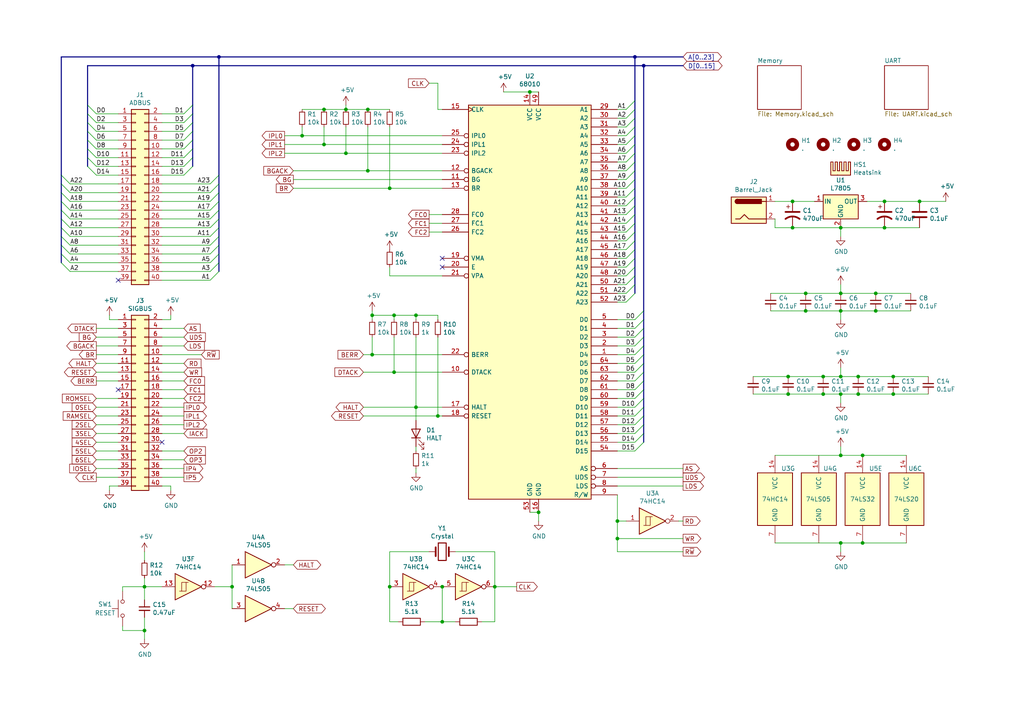
<source format=kicad_sch>
(kicad_sch (version 20211123) (generator eeschema)
  (paper "A4")
  (title_block (title "68k-SBC") (rev "2"))
  (junction (at 55.88 19.05))
  (junction (at 229.87 66.04))
  (junction (at 87.63 39.37))
  (junction (at 250.19 132.08))
  (junction (at 93.98 31.75))
  (junction (at 259.08 109.22))
  (junction (at 179.07 151.13))
  (junction (at 228.6 114.3))
  (junction (at 243.84 114.3))
  (junction (at 238.76 109.22))
  (junction (at 256.54 58.42))
  (junction (at 153.67 26.67))
  (junction (at 100.33 31.75))
  (junction (at 143.51 170.18))
  (junction (at 233.68 85.09))
  (junction (at 243.84 132.08))
  (junction (at 233.68 90.17))
  (junction (at 184.15 16.51))
  (junction (at 156.21 148.59))
  (junction (at 243.84 90.17))
  (junction (at 107.95 102.87))
  (junction (at 114.3 91.44))
  (junction (at 106.68 49.53))
  (junction (at 228.6 109.22))
  (junction (at 128.27 180.34))
  (junction (at 254 90.17))
  (junction (at 248.92 109.22))
  (junction (at 266.7 58.42))
  (junction (at 238.76 114.3))
  (junction (at 243.84 157.48))
  (junction (at 106.68 31.75))
  (junction (at 120.65 91.44))
  (junction (at 250.19 157.48))
  (junction (at 67.31 170.18))
  (junction (at 259.08 114.3))
  (junction (at 114.3 107.95))
  (junction (at 120.65 118.11))
  (junction (at 186.69 19.05))
  (junction (at 107.95 91.44))
  (junction (at 100.33 44.45))
  (junction (at 179.07 156.21))
  (junction (at 113.03 54.61))
  (junction (at 113.03 170.18))
  (junction (at 256.54 66.04))
  (junction (at 128.27 170.18))
  (junction (at 248.92 114.3))
  (junction (at 243.84 85.09))
  (junction (at 243.84 109.22))
  (junction (at 243.84 66.04))
  (junction (at 93.98 41.91))
  (junction (at 41.91 170.18))
  (junction (at 127 120.65))
  (junction (at 63.5 16.51))
  (junction (at 41.91 182.88))
  (junction (at 254 85.09))
  (junction (at 229.87 58.42))
  (no_connect (at 34.29 81.28))
  (no_connect (at 46.99 128.27))
  (no_connect (at 128.27 77.47))
  (no_connect (at 128.27 74.93))
  (no_connect (at 34.29 113.03))
  (bus_entry (at 60.96 53.34) (size 2.54 -2.54))
  (bus_entry (at 184.15 105.41) (size 2.54 -2.54))
  (bus_entry (at 181.61 64.77) (size 2.54 -2.54))
  (bus_entry (at 181.61 52.07) (size 2.54 -2.54))
  (bus_entry (at 20.32 71.12) (size -2.54 -2.54))
  (bus_entry (at 27.94 48.26) (size -2.54 -2.54))
  (bus_entry (at 181.61 85.09) (size 2.54 -2.54))
  (bus_entry (at 181.61 77.47) (size 2.54 -2.54))
  (bus_entry (at 60.96 81.28) (size 2.54 -2.54))
  (bus_entry (at 20.32 63.5) (size -2.54 -2.54))
  (bus_entry (at 53.34 38.1) (size 2.54 -2.54))
  (bus_entry (at 60.96 55.88) (size 2.54 -2.54))
  (bus_entry (at 181.61 54.61) (size 2.54 -2.54))
  (bus_entry (at 60.96 71.12) (size 2.54 -2.54))
  (bus_entry (at 53.34 48.26) (size 2.54 -2.54))
  (bus_entry (at 53.34 40.64) (size 2.54 -2.54))
  (bus_entry (at 60.96 63.5) (size 2.54 -2.54))
  (bus_entry (at 181.61 57.15) (size 2.54 -2.54))
  (bus_entry (at 20.32 55.88) (size -2.54 -2.54))
  (bus_entry (at 20.32 78.74) (size -2.54 -2.54))
  (bus_entry (at 20.32 58.42) (size -2.54 -2.54))
  (bus_entry (at 27.94 50.8) (size -2.54 -2.54))
  (bus_entry (at 20.32 68.58) (size -2.54 -2.54))
  (bus_entry (at 184.15 128.27) (size 2.54 -2.54))
  (bus_entry (at 20.32 60.96) (size -2.54 -2.54))
  (bus_entry (at 181.61 69.85) (size 2.54 -2.54))
  (bus_entry (at 181.61 31.75) (size 2.54 -2.54))
  (bus_entry (at 20.32 66.04) (size -2.54 -2.54))
  (bus_entry (at 181.61 46.99) (size 2.54 -2.54))
  (bus_entry (at 184.15 100.33) (size 2.54 -2.54))
  (bus_entry (at 184.15 113.03) (size 2.54 -2.54))
  (bus_entry (at 53.34 33.02) (size 2.54 -2.54))
  (bus_entry (at 181.61 49.53) (size 2.54 -2.54))
  (bus_entry (at 27.94 38.1) (size -2.54 -2.54))
  (bus_entry (at 53.34 45.72) (size 2.54 -2.54))
  (bus_entry (at 27.94 33.02) (size -2.54 -2.54))
  (bus_entry (at 20.32 53.34) (size -2.54 -2.54))
  (bus_entry (at 60.96 73.66) (size 2.54 -2.54))
  (bus_entry (at 181.61 36.83) (size 2.54 -2.54))
  (bus_entry (at 184.15 130.81) (size 2.54 -2.54))
  (bus_entry (at 53.34 35.56) (size 2.54 -2.54))
  (bus_entry (at 181.61 39.37) (size 2.54 -2.54))
  (bus_entry (at 27.94 40.64) (size -2.54 -2.54))
  (bus_entry (at 184.15 118.11) (size 2.54 -2.54))
  (bus_entry (at 181.61 41.91) (size 2.54 -2.54))
  (bus_entry (at 184.15 110.49) (size 2.54 -2.54))
  (bus_entry (at 27.94 43.18) (size -2.54 -2.54))
  (bus_entry (at 60.96 78.74) (size 2.54 -2.54))
  (bus_entry (at 27.94 35.56) (size -2.54 -2.54))
  (bus_entry (at 181.61 62.23) (size 2.54 -2.54))
  (bus_entry (at 181.61 59.69) (size 2.54 -2.54))
  (bus_entry (at 181.61 82.55) (size 2.54 -2.54))
  (bus_entry (at 20.32 76.2) (size -2.54 -2.54))
  (bus_entry (at 184.15 107.95) (size 2.54 -2.54))
  (bus_entry (at 184.15 123.19) (size 2.54 -2.54))
  (bus_entry (at 184.15 95.25) (size 2.54 -2.54))
  (bus_entry (at 53.34 50.8) (size 2.54 -2.54))
  (bus_entry (at 184.15 115.57) (size 2.54 -2.54))
  (bus_entry (at 181.61 72.39) (size 2.54 -2.54))
  (bus_entry (at 181.61 34.29) (size 2.54 -2.54))
  (bus_entry (at 184.15 92.71) (size 2.54 -2.54))
  (bus_entry (at 184.15 120.65) (size 2.54 -2.54))
  (bus_entry (at 181.61 87.63) (size 2.54 -2.54))
  (bus_entry (at 60.96 68.58) (size 2.54 -2.54))
  (bus_entry (at 53.34 43.18) (size 2.54 -2.54))
  (bus_entry (at 184.15 102.87) (size 2.54 -2.54))
  (bus_entry (at 181.61 67.31) (size 2.54 -2.54))
  (bus_entry (at 60.96 58.42) (size 2.54 -2.54))
  (bus_entry (at 20.32 73.66) (size -2.54 -2.54))
  (bus_entry (at 184.15 97.79) (size 2.54 -2.54))
  (bus_entry (at 181.61 44.45) (size 2.54 -2.54))
  (bus_entry (at 27.94 45.72) (size -2.54 -2.54))
  (bus_entry (at 60.96 66.04) (size 2.54 -2.54))
  (bus_entry (at 181.61 74.93) (size 2.54 -2.54))
  (bus_entry (at 184.15 125.73) (size 2.54 -2.54))
  (bus_entry (at 60.96 60.96) (size 2.54 -2.54))
  (bus_entry (at 60.96 76.2) (size 2.54 -2.54))
  (bus_entry (at 181.61 80.01) (size 2.54 -2.54))
  (wire (pts (xy 27.94 100.33) (xy 34.29 100.33)))
  (wire (pts (xy 153.67 148.59) (xy 156.21 148.59)))
  (wire (pts (xy 184.15 123.19) (xy 179.07 123.19)))
  (wire (pts (xy 243.84 68.58) (xy 243.84 66.04)))
  (wire (pts (xy 82.55 39.37) (xy 87.63 39.37)))
  (wire (pts (xy 93.98 31.75) (xy 100.33 31.75)))
  (wire (pts (xy 67.31 163.83) (xy 67.31 170.18)))
  (wire (pts (xy 82.55 41.91) (xy 93.98 41.91)))
  (wire (pts (xy 243.84 90.17) (xy 243.84 92.71)))
  (wire (pts (xy 60.96 76.2) (xy 46.99 76.2)))
  (wire (pts (xy 181.61 72.39) (xy 179.07 72.39)))
  (wire (pts (xy 243.84 90.17) (xy 233.68 90.17)))
  (wire (pts (xy 46.99 43.18) (xy 53.34 43.18)))
  (wire (pts (xy 60.96 68.58) (xy 46.99 68.58)))
  (wire (pts (xy 113.03 180.34) (xy 115.57 180.34)))
  (wire (pts (xy 243.84 106.68) (xy 243.84 109.22)))
  (wire (pts (xy 179.07 59.69) (xy 181.61 59.69)))
  (bus (pts (xy 63.5 50.8) (xy 63.5 53.34)))
  (wire (pts (xy 266.7 66.04) (xy 256.54 66.04)))
  (wire (pts (xy 179.07 85.09) (xy 181.61 85.09)))
  (bus (pts (xy 184.15 72.39) (xy 184.15 74.93)))
  (wire (pts (xy 127 120.65) (xy 128.27 120.65)))
  (bus (pts (xy 186.69 107.95) (xy 186.69 110.49)))
  (wire (pts (xy 105.41 102.87) (xy 107.95 102.87)))
  (wire (pts (xy 46.99 48.26) (xy 53.34 48.26)))
  (bus (pts (xy 25.4 38.1) (xy 25.4 40.64)))
  (wire (pts (xy 35.56 182.88) (xy 41.91 182.88)))
  (wire (pts (xy 127 91.44) (xy 127 92.71)))
  (wire (pts (xy 139.7 180.34) (xy 143.51 180.34)))
  (bus (pts (xy 186.69 125.73) (xy 186.69 128.27)))
  (wire (pts (xy 184.15 107.95) (xy 179.07 107.95)))
  (wire (pts (xy 124.46 64.77) (xy 128.27 64.77)))
  (wire (pts (xy 113.03 77.47) (xy 113.03 80.01)))
  (wire (pts (xy 53.34 110.49) (xy 46.99 110.49)))
  (wire (pts (xy 196.85 151.13) (xy 198.12 151.13)))
  (wire (pts (xy 34.29 135.89) (xy 27.94 135.89)))
  (wire (pts (xy 264.16 90.17) (xy 254 90.17)))
  (wire (pts (xy 34.29 130.81) (xy 27.94 130.81)))
  (bus (pts (xy 63.5 16.51) (xy 63.5 50.8)))
  (wire (pts (xy 31.75 140.97) (xy 31.75 142.24)))
  (wire (pts (xy 93.98 41.91) (xy 128.27 41.91)))
  (bus (pts (xy 17.78 63.5) (xy 17.78 66.04)))
  (wire (pts (xy 238.76 109.22) (xy 243.84 109.22)))
  (wire (pts (xy 34.29 35.56) (xy 27.94 35.56)))
  (wire (pts (xy 179.07 49.53) (xy 181.61 49.53)))
  (bus (pts (xy 63.5 55.88) (xy 63.5 58.42)))
  (wire (pts (xy 233.68 85.09) (xy 243.84 85.09)))
  (wire (pts (xy 53.34 50.8) (xy 46.99 50.8)))
  (wire (pts (xy 179.07 138.43) (xy 198.12 138.43)))
  (wire (pts (xy 229.87 58.42) (xy 236.22 58.42)))
  (wire (pts (xy 179.07 140.97) (xy 198.12 140.97)))
  (wire (pts (xy 106.68 31.75) (xy 113.03 31.75)))
  (wire (pts (xy 107.95 102.87) (xy 128.27 102.87)))
  (wire (pts (xy 218.44 114.3) (xy 228.6 114.3)))
  (wire (pts (xy 46.99 92.71) (xy 49.53 92.71)))
  (bus (pts (xy 184.15 77.47) (xy 184.15 80.01)))
  (bus (pts (xy 63.5 76.2) (xy 63.5 78.74)))
  (bus (pts (xy 186.69 90.17) (xy 186.69 92.71)))
  (wire (pts (xy 34.29 53.34) (xy 20.32 53.34)))
  (bus (pts (xy 55.88 19.05) (xy 55.88 30.48)))
  (wire (pts (xy 250.19 157.48) (xy 262.89 157.48)))
  (wire (pts (xy 46.99 105.41) (xy 53.34 105.41)))
  (wire (pts (xy 34.29 71.12) (xy 20.32 71.12)))
  (wire (pts (xy 179.07 74.93) (xy 181.61 74.93)))
  (wire (pts (xy 120.65 118.11) (xy 120.65 121.92)))
  (wire (pts (xy 179.07 80.01) (xy 181.61 80.01)))
  (wire (pts (xy 27.94 40.64) (xy 34.29 40.64)))
  (wire (pts (xy 60.96 81.28) (xy 46.99 81.28)))
  (bus (pts (xy 184.15 57.15) (xy 184.15 59.69)))
  (bus (pts (xy 184.15 64.77) (xy 184.15 67.31)))
  (wire (pts (xy 107.95 91.44) (xy 107.95 92.71)))
  (bus (pts (xy 63.5 73.66) (xy 63.5 76.2)))
  (wire (pts (xy 60.96 53.34) (xy 46.99 53.34)))
  (wire (pts (xy 179.07 36.83) (xy 181.61 36.83)))
  (wire (pts (xy 27.94 107.95) (xy 34.29 107.95)))
  (wire (pts (xy 156.21 26.67) (xy 153.67 26.67)))
  (wire (pts (xy 181.61 82.55) (xy 179.07 82.55)))
  (wire (pts (xy 184.15 97.79) (xy 179.07 97.79)))
  (wire (pts (xy 85.09 49.53) (xy 106.68 49.53)))
  (bus (pts (xy 186.69 19.05) (xy 186.69 90.17)))
  (wire (pts (xy 87.63 36.83) (xy 87.63 39.37)))
  (bus (pts (xy 17.78 53.34) (xy 17.78 55.88)))
  (wire (pts (xy 27.94 105.41) (xy 34.29 105.41)))
  (wire (pts (xy 184.15 118.11) (xy 179.07 118.11)))
  (bus (pts (xy 186.69 97.79) (xy 186.69 100.33)))
  (wire (pts (xy 243.84 66.04) (xy 256.54 66.04)))
  (wire (pts (xy 114.3 97.79) (xy 114.3 107.95)))
  (wire (pts (xy 181.61 62.23) (xy 179.07 62.23)))
  (wire (pts (xy 107.95 97.79) (xy 107.95 102.87)))
  (bus (pts (xy 17.78 58.42) (xy 17.78 60.96)))
  (wire (pts (xy 41.91 170.18) (xy 41.91 173.99)))
  (bus (pts (xy 55.88 45.72) (xy 55.88 48.26)))
  (wire (pts (xy 143.51 170.18) (xy 143.51 160.02)))
  (wire (pts (xy 243.84 109.22) (xy 248.92 109.22)))
  (wire (pts (xy 156.21 148.59) (xy 156.21 151.13)))
  (wire (pts (xy 243.84 157.48) (xy 250.19 157.48)))
  (bus (pts (xy 184.15 49.53) (xy 184.15 52.07)))
  (wire (pts (xy 31.75 91.44) (xy 31.75 92.71)))
  (bus (pts (xy 184.15 67.31) (xy 184.15 69.85)))
  (bus (pts (xy 17.78 68.58) (xy 17.78 71.12)))
  (wire (pts (xy 266.7 58.42) (xy 274.32 58.42)))
  (wire (pts (xy 243.84 85.09) (xy 254 85.09)))
  (wire (pts (xy 143.51 180.34) (xy 143.51 170.18)))
  (wire (pts (xy 120.65 97.79) (xy 120.65 118.11)))
  (wire (pts (xy 34.29 60.96) (xy 20.32 60.96)))
  (bus (pts (xy 184.15 52.07) (xy 184.15 54.61)))
  (wire (pts (xy 34.29 63.5) (xy 20.32 63.5)))
  (wire (pts (xy 60.96 58.42) (xy 46.99 58.42)))
  (wire (pts (xy 128.27 180.34) (xy 128.27 170.18)))
  (wire (pts (xy 53.34 38.1) (xy 46.99 38.1)))
  (bus (pts (xy 186.69 120.65) (xy 186.69 123.19)))
  (wire (pts (xy 248.92 109.22) (xy 259.08 109.22)))
  (bus (pts (xy 184.15 16.51) (xy 184.15 29.21)))
  (bus (pts (xy 17.78 55.88) (xy 17.78 58.42)))
  (bus (pts (xy 184.15 59.69) (xy 184.15 62.23)))
  (wire (pts (xy 31.75 92.71) (xy 34.29 92.71)))
  (bus (pts (xy 186.69 95.25) (xy 186.69 97.79)))
  (wire (pts (xy 46.99 95.25) (xy 53.34 95.25)))
  (bus (pts (xy 63.5 68.58) (xy 63.5 71.12)))
  (wire (pts (xy 120.65 91.44) (xy 120.65 92.71)))
  (bus (pts (xy 25.4 45.72) (xy 25.4 48.26)))
  (wire (pts (xy 85.09 52.07) (xy 128.27 52.07)))
  (bus (pts (xy 186.69 123.19) (xy 186.69 125.73)))
  (wire (pts (xy 27.94 138.43) (xy 34.29 138.43)))
  (wire (pts (xy 53.34 113.03) (xy 46.99 113.03)))
  (wire (pts (xy 85.09 54.61) (xy 113.03 54.61)))
  (wire (pts (xy 120.65 130.81) (xy 120.65 129.54)))
  (wire (pts (xy 60.96 60.96) (xy 46.99 60.96)))
  (wire (pts (xy 46.99 100.33) (xy 53.34 100.33)))
  (wire (pts (xy 181.61 52.07) (xy 179.07 52.07)))
  (wire (pts (xy 179.07 151.13) (xy 181.61 151.13)))
  (bus (pts (xy 25.4 30.48) (xy 25.4 33.02)))
  (wire (pts (xy 35.56 171.45) (xy 35.56 170.18)))
  (wire (pts (xy 127 31.75) (xy 128.27 31.75)))
  (wire (pts (xy 179.07 125.73) (xy 184.15 125.73)))
  (wire (pts (xy 46.99 140.97) (xy 49.53 140.97)))
  (wire (pts (xy 229.87 66.04) (xy 243.84 66.04)))
  (wire (pts (xy 34.29 68.58) (xy 20.32 68.58)))
  (wire (pts (xy 243.84 132.08) (xy 250.19 132.08)))
  (bus (pts (xy 186.69 118.11) (xy 186.69 120.65)))
  (wire (pts (xy 224.79 157.48) (xy 243.84 157.48)))
  (bus (pts (xy 184.15 62.23) (xy 184.15 64.77)))
  (wire (pts (xy 218.44 109.22) (xy 228.6 109.22)))
  (wire (pts (xy 58.42 102.87) (xy 46.99 102.87)))
  (wire (pts (xy 34.29 45.72) (xy 27.94 45.72)))
  (wire (pts (xy 49.53 92.71) (xy 49.53 91.44)))
  (wire (pts (xy 181.61 44.45) (xy 179.07 44.45)))
  (wire (pts (xy 179.07 54.61) (xy 181.61 54.61)))
  (wire (pts (xy 181.61 57.15) (xy 179.07 57.15)))
  (bus (pts (xy 63.5 60.96) (xy 63.5 63.5)))
  (bus (pts (xy 25.4 19.05) (xy 25.4 30.48)))
  (bus (pts (xy 63.5 71.12) (xy 63.5 73.66)))
  (wire (pts (xy 53.34 40.64) (xy 46.99 40.64)))
  (bus (pts (xy 184.15 34.29) (xy 184.15 36.83)))
  (wire (pts (xy 46.99 55.88) (xy 60.96 55.88)))
  (wire (pts (xy 34.29 43.18) (xy 27.94 43.18)))
  (wire (pts (xy 34.29 120.65) (xy 27.94 120.65)))
  (bus (pts (xy 17.78 71.12) (xy 17.78 73.66)))
  (bus (pts (xy 55.88 19.05) (xy 25.4 19.05)))
  (wire (pts (xy 123.19 180.34) (xy 128.27 180.34)))
  (wire (pts (xy 100.33 30.48) (xy 100.33 31.75)))
  (wire (pts (xy 27.94 115.57) (xy 34.29 115.57)))
  (wire (pts (xy 181.61 34.29) (xy 179.07 34.29)))
  (wire (pts (xy 179.07 105.41) (xy 184.15 105.41)))
  (wire (pts (xy 46.99 35.56) (xy 53.34 35.56)))
  (bus (pts (xy 63.5 53.34) (xy 63.5 55.88)))
  (wire (pts (xy 105.41 120.65) (xy 127 120.65)))
  (bus (pts (xy 186.69 113.03) (xy 186.69 115.57)))
  (wire (pts (xy 224.79 132.08) (xy 243.84 132.08)))
  (wire (pts (xy 100.33 36.83) (xy 100.33 44.45)))
  (wire (pts (xy 34.29 38.1) (xy 27.94 38.1)))
  (wire (pts (xy 87.63 31.75) (xy 93.98 31.75)))
  (wire (pts (xy 124.46 160.02) (xy 113.03 160.02)))
  (wire (pts (xy 184.15 128.27) (xy 179.07 128.27)))
  (bus (pts (xy 63.5 16.51) (xy 17.78 16.51)))
  (wire (pts (xy 251.46 58.42) (xy 256.54 58.42)))
  (bus (pts (xy 184.15 16.51) (xy 198.12 16.51)))
  (bus (pts (xy 184.15 31.75) (xy 184.15 34.29)))
  (wire (pts (xy 114.3 107.95) (xy 128.27 107.95)))
  (wire (pts (xy 179.07 151.13) (xy 179.07 156.21)))
  (wire (pts (xy 179.07 64.77) (xy 181.61 64.77)))
  (wire (pts (xy 181.61 46.99) (xy 179.07 46.99)))
  (bus (pts (xy 25.4 33.02) (xy 25.4 35.56)))
  (wire (pts (xy 120.65 91.44) (xy 127 91.44)))
  (wire (pts (xy 49.53 140.97) (xy 49.53 142.24)))
  (bus (pts (xy 184.15 82.55) (xy 184.15 85.09)))
  (wire (pts (xy 27.94 95.25) (xy 34.29 95.25)))
  (wire (pts (xy 198.12 160.02) (xy 179.07 160.02)))
  (wire (pts (xy 254 90.17) (xy 243.84 90.17)))
  (wire (pts (xy 243.84 114.3) (xy 238.76 114.3)))
  (wire (pts (xy 120.65 118.11) (xy 128.27 118.11)))
  (bus (pts (xy 55.88 33.02) (xy 55.88 35.56)))
  (wire (pts (xy 35.56 181.61) (xy 35.56 182.88)))
  (wire (pts (xy 146.05 26.67) (xy 153.67 26.67)))
  (bus (pts (xy 186.69 100.33) (xy 186.69 102.87)))
  (wire (pts (xy 181.61 67.31) (xy 179.07 67.31)))
  (bus (pts (xy 17.78 66.04) (xy 17.78 68.58)))
  (wire (pts (xy 224.79 58.42) (xy 229.87 58.42)))
  (wire (pts (xy 179.07 31.75) (xy 181.61 31.75)))
  (wire (pts (xy 27.94 33.02) (xy 34.29 33.02)))
  (wire (pts (xy 181.61 39.37) (xy 179.07 39.37)))
  (wire (pts (xy 228.6 109.22) (xy 238.76 109.22)))
  (wire (pts (xy 143.51 170.18) (xy 149.86 170.18)))
  (wire (pts (xy 223.52 85.09) (xy 233.68 85.09)))
  (bus (pts (xy 25.4 40.64) (xy 25.4 43.18)))
  (wire (pts (xy 34.29 97.79) (xy 27.94 97.79)))
  (wire (pts (xy 113.03 36.83) (xy 113.03 54.61)))
  (wire (pts (xy 127 97.79) (xy 127 120.65)))
  (wire (pts (xy 41.91 185.42) (xy 41.91 182.88)))
  (wire (pts (xy 179.07 156.21) (xy 198.12 156.21)))
  (wire (pts (xy 105.41 118.11) (xy 120.65 118.11)))
  (bus (pts (xy 55.88 43.18) (xy 55.88 45.72)))
  (bus (pts (xy 184.15 54.61) (xy 184.15 57.15)))
  (wire (pts (xy 53.34 123.19) (xy 46.99 123.19)))
  (wire (pts (xy 107.95 91.44) (xy 114.3 91.44)))
  (bus (pts (xy 17.78 16.51) (xy 17.78 50.8)))
  (bus (pts (xy 63.5 66.04) (xy 63.5 68.58)))
  (wire (pts (xy 114.3 91.44) (xy 120.65 91.44)))
  (wire (pts (xy 46.99 63.5) (xy 60.96 63.5)))
  (wire (pts (xy 41.91 170.18) (xy 41.91 167.64)))
  (wire (pts (xy 179.07 130.81) (xy 184.15 130.81)))
  (wire (pts (xy 67.31 170.18) (xy 67.31 176.53)))
  (wire (pts (xy 53.34 45.72) (xy 46.99 45.72)))
  (bus (pts (xy 25.4 43.18) (xy 25.4 45.72)))
  (wire (pts (xy 93.98 36.83) (xy 93.98 41.91)))
  (bus (pts (xy 186.69 102.87) (xy 186.69 105.41)))
  (wire (pts (xy 34.29 102.87) (xy 27.94 102.87)))
  (wire (pts (xy 60.96 73.66) (xy 46.99 73.66)))
  (wire (pts (xy 113.03 80.01) (xy 128.27 80.01)))
  (wire (pts (xy 53.34 133.35) (xy 46.99 133.35)))
  (bus (pts (xy 184.15 36.83) (xy 184.15 39.37)))
  (wire (pts (xy 82.55 44.45) (xy 100.33 44.45)))
  (wire (pts (xy 46.99 78.74) (xy 60.96 78.74)))
  (wire (pts (xy 34.29 110.49) (xy 27.94 110.49)))
  (wire (pts (xy 250.19 132.08) (xy 262.89 132.08)))
  (bus (pts (xy 55.88 30.48) (xy 55.88 33.02)))
  (wire (pts (xy 34.29 50.8) (xy 27.94 50.8)))
  (bus (pts (xy 186.69 105.41) (xy 186.69 107.95)))
  (bus (pts (xy 25.4 35.56) (xy 25.4 38.1)))
  (wire (pts (xy 67.31 170.18) (xy 62.23 170.18)))
  (bus (pts (xy 184.15 41.91) (xy 184.15 44.45)))
  (wire (pts (xy 34.29 48.26) (xy 27.94 48.26)))
  (wire (pts (xy 34.29 125.73) (xy 27.94 125.73)))
  (wire (pts (xy 34.29 78.74) (xy 20.32 78.74)))
  (wire (pts (xy 128.27 180.34) (xy 132.08 180.34)))
  (bus (pts (xy 184.15 39.37) (xy 184.15 41.91)))
  (wire (pts (xy 53.34 107.95) (xy 46.99 107.95)))
  (bus (pts (xy 17.78 73.66) (xy 17.78 76.2)))
  (bus (pts (xy 63.5 58.42) (xy 63.5 60.96)))
  (wire (pts (xy 184.15 102.87) (xy 179.07 102.87)))
  (bus (pts (xy 184.15 69.85) (xy 184.15 72.39)))
  (wire (pts (xy 120.65 135.89) (xy 120.65 137.16)))
  (wire (pts (xy 259.08 109.22) (xy 269.24 109.22)))
  (bus (pts (xy 186.69 19.05) (xy 198.12 19.05)))
  (wire (pts (xy 233.68 90.17) (xy 223.52 90.17)))
  (wire (pts (xy 248.92 114.3) (xy 243.84 114.3)))
  (wire (pts (xy 27.94 133.35) (xy 34.29 133.35)))
  (bus (pts (xy 17.78 50.8) (xy 17.78 53.34)))
  (wire (pts (xy 53.34 118.11) (xy 46.99 118.11)))
  (bus (pts (xy 186.69 19.05) (xy 55.88 19.05)))
  (wire (pts (xy 35.56 170.18) (xy 41.91 170.18)))
  (bus (pts (xy 186.69 92.71) (xy 186.69 95.25)))
  (wire (pts (xy 179.07 110.49) (xy 184.15 110.49)))
  (bus (pts (xy 184.15 29.21) (xy 184.15 31.75)))
  (bus (pts (xy 55.88 38.1) (xy 55.88 40.64)))
  (wire (pts (xy 179.07 69.85) (xy 181.61 69.85)))
  (wire (pts (xy 127 24.13) (xy 127 31.75)))
  (wire (pts (xy 46.99 115.57) (xy 53.34 115.57)))
  (bus (pts (xy 55.88 35.56) (xy 55.88 38.1)))
  (wire (pts (xy 243.84 132.08) (xy 243.84 129.54)))
  (wire (pts (xy 179.07 115.57) (xy 184.15 115.57)))
  (wire (pts (xy 179.07 95.25) (xy 184.15 95.25)))
  (wire (pts (xy 34.29 58.42) (xy 20.32 58.42)))
  (wire (pts (xy 114.3 91.44) (xy 114.3 92.71)))
  (wire (pts (xy 100.33 31.75) (xy 106.68 31.75)))
  (wire (pts (xy 27.94 118.11) (xy 34.29 118.11)))
  (wire (pts (xy 27.94 123.19) (xy 34.29 123.19)))
  (wire (pts (xy 243.84 157.48) (xy 243.84 160.02)))
  (bus (pts (xy 17.78 60.96) (xy 17.78 63.5)))
  (wire (pts (xy 243.84 82.55) (xy 243.84 85.09)))
  (wire (pts (xy 179.07 41.91) (xy 181.61 41.91)))
  (wire (pts (xy 46.99 135.89) (xy 53.34 135.89)))
  (wire (pts (xy 41.91 160.02) (xy 41.91 162.56)))
  (wire (pts (xy 181.61 87.63) (xy 179.07 87.63)))
  (wire (pts (xy 113.03 170.18) (xy 113.03 180.34)))
  (bus (pts (xy 184.15 80.01) (xy 184.15 82.55)))
  (bus (pts (xy 184.15 16.51) (xy 63.5 16.51)))
  (wire (pts (xy 106.68 36.83) (xy 106.68 49.53)))
  (bus (pts (xy 184.15 46.99) (xy 184.15 49.53)))
  (wire (pts (xy 105.41 107.95) (xy 114.3 107.95)))
  (bus (pts (xy 63.5 63.5) (xy 63.5 66.04)))
  (wire (pts (xy 107.95 91.44) (xy 107.95 90.17)))
  (bus (pts (xy 184.15 44.45) (xy 184.15 46.99)))
  (wire (pts (xy 34.29 76.2) (xy 20.32 76.2)))
  (wire (pts (xy 34.29 66.04) (xy 20.32 66.04)))
  (wire (pts (xy 128.27 62.23) (xy 124.46 62.23)))
  (wire (pts (xy 143.51 160.02) (xy 132.08 160.02)))
  (wire (pts (xy 87.63 39.37) (xy 128.27 39.37)))
  (wire (pts (xy 46.99 170.18) (xy 41.91 170.18)))
  (wire (pts (xy 53.34 120.65) (xy 46.99 120.65)))
  (wire (pts (xy 46.99 71.12) (xy 60.96 71.12)))
  (wire (pts (xy 113.03 54.61) (xy 128.27 54.61)))
  (wire (pts (xy 238.76 114.3) (xy 228.6 114.3)))
  (wire (pts (xy 184.15 113.03) (xy 179.07 113.03)))
  (wire (pts (xy 243.84 114.3) (xy 243.84 116.84)))
  (wire (pts (xy 53.34 33.02) (xy 46.99 33.02)))
  (wire (pts (xy 53.34 125.73) (xy 46.99 125.73)))
  (wire (pts (xy 41.91 179.07) (xy 41.91 182.88)))
  (wire (pts (xy 34.29 73.66) (xy 20.32 73.66)))
  (wire (pts (xy 124.46 67.31) (xy 128.27 67.31)))
  (bus (pts (xy 186.69 110.49) (xy 186.69 113.03)))
  (wire (pts (xy 53.34 138.43) (xy 46.99 138.43)))
  (wire (pts (xy 34.29 55.88) (xy 20.32 55.88)))
  (wire (pts (xy 224.79 66.04) (xy 229.87 66.04)))
  (wire (pts (xy 85.09 163.83) (xy 82.55 163.83)))
  (wire (pts (xy 179.07 135.89) (xy 198.12 135.89)))
  (wire (pts (xy 224.79 63.5) (xy 224.79 66.04)))
  (wire (pts (xy 27.94 128.27) (xy 34.29 128.27)))
  (wire (pts (xy 179.07 143.51) (xy 179.07 151.13)))
  (wire (pts (xy 100.33 44.45) (xy 128.27 44.45)))
  (wire (pts (xy 46.99 97.79) (xy 53.34 97.79)))
  (wire (pts (xy 184.15 92.71) (xy 179.07 92.71)))
  (bus (pts (xy 55.88 40.64) (xy 55.88 43.18)))
  (wire (pts (xy 179.07 100.33) (xy 184.15 100.33)))
  (wire (pts (xy 53.34 130.81) (xy 46.99 130.81)))
  (wire (pts (xy 113.03 160.02) (xy 113.03 170.18)))
  (bus (pts (xy 186.69 115.57) (xy 186.69 118.11)))
  (wire (pts (xy 179.07 120.65) (xy 184.15 120.65)))
  (wire (pts (xy 82.55 176.53) (xy 85.09 176.53)))
  (wire (pts (xy 256.54 58.42) (xy 266.7 58.42)))
  (bus (pts (xy 184.15 74.93) (xy 184.15 77.47)))
  (wire (pts (xy 254 85.09) (xy 264.16 85.09)))
  (wire (pts (xy 124.46 24.13) (xy 127 24.13)))
  (wire (pts (xy 259.08 114.3) (xy 248.92 114.3)))
  (wire (pts (xy 179.07 156.21) (xy 179.07 160.02)))
  (wire (pts (xy 106.68 49.53) (xy 128.27 49.53)))
  (wire (pts (xy 269.24 114.3) (xy 259.08 114.3)))
  (wire (pts (xy 60.96 66.04) (xy 46.99 66.04)))
  (wire (pts (xy 181.61 77.47) (xy 179.07 77.47)))
  (wire (pts (xy 34.29 140.97) (xy 31.75 140.97)))
  (label "D13" (at 184.15 125.73 180))
  (label "A3" (at 181.61 36.83 180))
  (label "D9" (at 53.34 43.18 180))
  (label "A8" (at 20.32 71.12 0))
  (label "A11" (at 60.96 68.58 180))
  (label "A16" (at 20.32 60.96 0))
  (label "A10" (at 181.61 54.61 180))
  (label "A12" (at 181.61 59.69 180))
  (label "A12" (at 20.32 66.04 0))
  (label "A8" (at 181.61 49.53 180))
  (label "D13" (at 53.34 48.26 180))
  (label "D6" (at 184.15 107.95 180))
  (label "A4" (at 20.32 76.2 0))
  (label "D7" (at 184.15 110.49 180))
  (label "A19" (at 181.61 77.47 180))
  (label "A18" (at 20.32 58.42 0))
  (label "A2" (at 181.61 34.29 180))
  (label "A14" (at 20.32 63.5 0))
  (label "A20" (at 181.61 80.01 180))
  (label "D10" (at 184.15 118.11 180))
  (label "D11" (at 184.15 120.65 180))
  (label "D14" (at 27.94 50.8 0))
  (label "A5" (at 181.61 41.91 180))
  (label "D12" (at 184.15 123.19 180))
  (label "A7" (at 60.96 73.66 180))
  (label "A4" (at 181.61 39.37 180))
  (label "A22" (at 181.61 85.09 180))
  (label "D3" (at 184.15 100.33 180))
  (label "A21" (at 60.96 55.88 180))
  (label "D10" (at 27.94 45.72 0))
  (label "A5" (at 60.96 76.2 180))
  (label "A13" (at 181.61 62.23 180))
  (label "A6" (at 20.32 73.66 0))
  (label "A20" (at 20.32 55.88 0))
  (label "A6" (at 181.61 44.45 180))
  (label "D14" (at 184.15 128.27 180))
  (label "D2" (at 27.94 35.56 0))
  (label "A16" (at 181.61 69.85 180))
  (label "A17" (at 181.61 72.39 180))
  (label "A2" (at 20.32 78.74 0))
  (label "A13" (at 60.96 66.04 180))
  (label "D4" (at 27.94 38.1 0))
  (label "A1" (at 181.61 31.75 180))
  (label "A14" (at 181.61 64.77 180))
  (label "D2" (at 184.15 97.79 180))
  (label "D0" (at 184.15 92.71 180))
  (label "D1" (at 53.34 33.02 180))
  (label "A9" (at 60.96 71.12 180))
  (label "D11" (at 53.34 45.72 180))
  (label "A19" (at 60.96 58.42 180))
  (label "D5" (at 184.15 105.41 180))
  (label "A18" (at 181.61 74.93 180))
  (label "A3" (at 60.96 78.74 180))
  (label "D1" (at 184.15 95.25 180))
  (label "D15" (at 53.34 50.8 180))
  (label "D0" (at 27.94 33.02 0))
  (label "D3" (at 53.34 35.56 180))
  (label "D5" (at 53.34 38.1 180))
  (label "D9" (at 184.15 115.57 180))
  (label "A15" (at 181.61 67.31 180))
  (label "A23" (at 181.61 87.63 180))
  (label "A10" (at 20.32 68.58 0))
  (label "D15" (at 184.15 130.81 180))
  (label "A22" (at 20.32 53.34 0))
  (label "D8" (at 184.15 113.03 180))
  (label "D6" (at 27.94 40.64 0))
  (label "A23" (at 60.96 53.34 180))
  (label "A21" (at 181.61 82.55 180))
  (label "A17" (at 60.96 60.96 180))
  (label "A1" (at 60.96 81.28 180))
  (label "A11" (at 181.61 57.15 180))
  (label "D7" (at 53.34 40.64 180))
  (label "A15" (at 60.96 63.5 180))
  (label "A7" (at 181.61 46.99 180))
  (label "A9" (at 181.61 52.07 180))
  (label "D4" (at 184.15 102.87 180))
  (label "D8" (at 27.94 43.18 0))
  (label "D12" (at 27.94 48.26 0))
  (global_label "DTACK" (shape output) (at 27.94 95.25 180) (property "Intersheet References" "${INTERSHEET_REFS}" (effects hide)))
  (global_label "IPL0" (shape output) (at 53.34 118.11 0) (property "Intersheet References" "${INTERSHEET_REFS}" (effects hide)))
  (global_label "RAMSEL" (shape input) (at 27.94 120.65 180) (property "Intersheet References" "${INTERSHEET_REFS}" (effects hide)))
  (global_label "IPL1" (shape output) (at 82.55 41.91 180) (property "Intersheet References" "${INTERSHEET_REFS}" (effects hide)))
  (global_label "WR" (shape input) (at 53.34 107.95 0) (property "Intersheet References" "${INTERSHEET_REFS}" (effects hide)))
  (global_label "FC1" (shape input) (at 53.34 113.03 0) (property "Intersheet References" "${INTERSHEET_REFS}" (effects hide)))
  (global_label "IPL2" (shape output) (at 82.55 44.45 180) (property "Intersheet References" "${INTERSHEET_REFS}" (effects hide)))
  (global_label "IPL2" (shape output) (at 53.34 123.19 0) (property "Intersheet References" "${INTERSHEET_REFS}" (effects hide)))
  (global_label "AS" (shape input) (at 53.34 95.25 0) (property "Intersheet References" "${INTERSHEET_REFS}" (effects hide)))
  (global_label "5SEL" (shape input) (at 27.94 130.81 180) (property "Intersheet References" "${INTERSHEET_REFS}" (effects hide)))
  (global_label "OP2" (shape input) (at 53.34 130.81 0) (property "Intersheet References" "${INTERSHEET_REFS}" (effects hide)))
  (global_label "HALT" (shape bidirectional) (at 27.94 105.41 180) (property "Intersheet References" "${INTERSHEET_REFS}" (effects hide)))
  (global_label "LDS" (shape input) (at 53.34 100.33 0) (property "Intersheet References" "${INTERSHEET_REFS}" (effects hide)))
  (global_label "CLK" (shape input) (at 124.46 24.13 180) (property "Intersheet References" "${INTERSHEET_REFS}" (effects hide)))
  (global_label "LDS" (shape output) (at 198.12 140.97 0) (property "Intersheet References" "${INTERSHEET_REFS}" (effects hide)))
  (global_label "IP5" (shape output) (at 53.34 138.43 0) (property "Intersheet References" "${INTERSHEET_REFS}" (effects hide)))
  (global_label "A[0..23]" (shape tri_state) (at 198.12 16.51 0) (property "Intersheet References" "${INTERSHEET_REFS}" (effects hide)))
  (global_label "DTACK" (shape input) (at 105.41 107.95 180) (property "Intersheet References" "${INTERSHEET_REFS}" (effects hide)))
  (global_label "FC2" (shape output) (at 124.46 67.31 180) (property "Intersheet References" "${INTERSHEET_REFS}" (effects hide)))
  (global_label "IOSEL" (shape input) (at 27.94 135.89 180) (property "Intersheet References" "${INTERSHEET_REFS}" (effects hide)))
  (global_label "IPL1" (shape output) (at 53.34 120.65 0) (property "Intersheet References" "${INTERSHEET_REFS}" (effects hide)))
  (global_label "BGACK" (shape output) (at 27.94 100.33 180) (property "Intersheet References" "${INTERSHEET_REFS}" (effects hide)))
  (global_label "FC2" (shape input) (at 53.34 115.57 0) (property "Intersheet References" "${INTERSHEET_REFS}" (effects hide)))
  (global_label "RESET" (shape bidirectional) (at 27.94 107.95 180) (property "Intersheet References" "${INTERSHEET_REFS}" (effects hide)))
  (global_label "BG" (shape input) (at 27.94 97.79 180) (property "Intersheet References" "${INTERSHEET_REFS}" (effects hide)))
  (global_label "HALT" (shape bidirectional) (at 105.41 118.11 180) (property "Intersheet References" "${INTERSHEET_REFS}" (effects hide)))
  (global_label "WR" (shape output) (at 198.12 156.21 0) (property "Intersheet References" "${INTERSHEET_REFS}" (effects hide)))
  (global_label "UDS" (shape output) (at 198.12 138.43 0) (property "Intersheet References" "${INTERSHEET_REFS}" (effects hide)))
  (global_label "UDS" (shape input) (at 53.34 97.79 0) (property "Intersheet References" "${INTERSHEET_REFS}" (effects hide)))
  (global_label "CLK" (shape output) (at 27.94 138.43 180) (property "Intersheet References" "${INTERSHEET_REFS}" (effects hide)))
  (global_label "0SEL" (shape input) (at 27.94 118.11 180) (property "Intersheet References" "${INTERSHEET_REFS}" (effects hide)))
  (global_label "3SEL" (shape input) (at 27.94 125.73 180) (property "Intersheet References" "${INTERSHEET_REFS}" (effects hide)))
  (global_label "CLK" (shape output) (at 149.86 170.18 0) (property "Intersheet References" "${INTERSHEET_REFS}" (effects hide)))
  (global_label "RD" (shape input) (at 53.34 105.41 0) (property "Intersheet References" "${INTERSHEET_REFS}" (effects hide)))
  (global_label "R~{W}" (shape input) (at 58.42 102.87 0) (property "Intersheet References" "${INTERSHEET_REFS}" (effects hide)))
  (global_label "BR" (shape input) (at 85.09 54.61 180) (property "Intersheet References" "${INTERSHEET_REFS}" (effects hide)))
  (global_label "BERR" (shape output) (at 27.94 110.49 180) (property "Intersheet References" "${INTERSHEET_REFS}" (effects hide)))
  (global_label "R~{W}" (shape output) (at 198.12 160.02 0) (property "Intersheet References" "${INTERSHEET_REFS}" (effects hide)))
  (global_label "4SEL" (shape input) (at 27.94 128.27 180) (property "Intersheet References" "${INTERSHEET_REFS}" (effects hide)))
  (global_label "6SEL" (shape input) (at 27.94 133.35 180) (property "Intersheet References" "${INTERSHEET_REFS}" (effects hide)))
  (global_label "IACK" (shape input) (at 53.34 125.73 0) (property "Intersheet References" "${INTERSHEET_REFS}" (effects hide)))
  (global_label "2SEL" (shape input) (at 27.94 123.19 180) (property "Intersheet References" "${INTERSHEET_REFS}" (effects hide)))
  (global_label "BR" (shape output) (at 27.94 102.87 180) (property "Intersheet References" "${INTERSHEET_REFS}" (effects hide)))
  (global_label "FC1" (shape output) (at 124.46 64.77 180) (property "Intersheet References" "${INTERSHEET_REFS}" (effects hide)))
  (global_label "IP4" (shape output) (at 53.34 135.89 0) (property "Intersheet References" "${INTERSHEET_REFS}" (effects hide)))
  (global_label "RESET" (shape bidirectional) (at 85.09 176.53 0) (property "Intersheet References" "${INTERSHEET_REFS}" (effects hide)))
  (global_label "IPL0" (shape output) (at 82.55 39.37 180) (property "Intersheet References" "${INTERSHEET_REFS}" (effects hide)))
  (global_label "FC0" (shape input) (at 53.34 110.49 0) (property "Intersheet References" "${INTERSHEET_REFS}" (effects hide)))
  (global_label "ROMSEL" (shape input) (at 27.94 115.57 180) (property "Intersheet References" "${INTERSHEET_REFS}" (effects hide)))
  (global_label "HALT" (shape bidirectional) (at 85.09 163.83 0) (property "Intersheet References" "${INTERSHEET_REFS}" (effects hide)))
  (global_label "BGACK" (shape input) (at 85.09 49.53 180) (property "Intersheet References" "${INTERSHEET_REFS}" (effects hide)))
  (global_label "RD" (shape output) (at 198.12 151.13 0) (property "Intersheet References" "${INTERSHEET_REFS}" (effects hide)))
  (global_label "D[0..15]" (shape tri_state) (at 198.12 19.05 0) (property "Intersheet References" "${INTERSHEET_REFS}" (effects hide)))
  (global_label "AS" (shape output) (at 198.12 135.89 0) (property "Intersheet References" "${INTERSHEET_REFS}" (effects hide)))
  (global_label "OP3" (shape input) (at 53.34 133.35 0) (property "Intersheet References" "${INTERSHEET_REFS}" (effects hide)))
  (global_label "BG" (shape output) (at 85.09 52.07 180) (property "Intersheet References" "${INTERSHEET_REFS}" (effects hide)))
  (global_label "FC0" (shape output) (at 124.46 62.23 180) (property "Intersheet References" "${INTERSHEET_REFS}" (effects hide)))
  (global_label "BERR" (shape input) (at 105.41 102.87 180) (property "Intersheet References" "${INTERSHEET_REFS}" (effects hide)))
  (global_label "RESET" (shape bidirectional) (at 105.41 120.65 180) (property "Intersheet References" "${INTERSHEET_REFS}" (effects hide)))
  (symbol (lib_id "CPU_NXP_68000:68000D") (at 153.67 87.63 0) (unit 1)
    (property "Reference" "U2" (at 153.67 22.0726 0))
    (property "Value" "68010" (at 153.67 24.384 0))
    (property "Footprint" "Package_DIP:DIP-64_W22.86mm_Socket_LongPads" (effects hide))
    (property "Datasheet" "https://www.nxp.com/docs/en/reference-manual/MC68000UM.pdf" (effects hide))
  )
  (symbol (lib_id "power:GND") (at 156.21 151.13 0) (unit 1)
    (property "Reference" "#PWR017" (effects hide))
    (property "Value" "GND" (at 156.337 155.5242 0))
  )
  (symbol (lib_id "power:+5V") (at 146.05 26.67 0) (unit 1)
    (property "Reference" "#PWR01" (effects hide))
    (property "Value" "+5V" (at 146.431 22.2758 0))
  )
  (symbol (lib_id "74xx:74HC14") (at 189.23 151.13 0) (unit 1)
    (property "Reference" "U3" (at 189.23 143.0782 0))
    (property "Value" "74HC14" (at 189.23 145.3896 0))
    (property "Footprint" "Package_DIP:DIP-14_W7.62mm_LongPads" (effects hide))
    (property "Datasheet" "http://www.ti.com/lit/gpn/sn74HC14" (effects hide))
  )
  (symbol (lib_id "Device:R_Small") (at 120.65 95.25 0) (unit 1)
    (property "Reference" "R9" (at 122.1486 94.0816 0) (effects (justify left)))
    (property "Value" "1k" (at 122.1486 96.393 0) (effects (justify left)))
    (property "Footprint" "Resistor_THT:R_Axial_DIN0207_L6.3mm_D2.5mm_P7.62mm_Horizontal" (effects hide))
  )
  (symbol (lib_id "Device:R_Small") (at 127 95.25 0) (unit 1)
    (property "Reference" "R10" (at 128.4986 94.0816 0) (effects (justify left)))
    (property "Value" "10k" (at 128.4986 96.393 0) (effects (justify left)))
    (property "Footprint" "Resistor_THT:R_Axial_DIN0207_L6.3mm_D2.5mm_P7.62mm_Horizontal" (effects hide))
  )
  (symbol (lib_id "power:+5V") (at 107.95 90.17 0) (unit 1)
    (property "Reference" "#PWR07" (effects hide))
    (property "Value" "+5V" (at 108.331 85.7758 0))
  )
  (symbol (lib_id "Device:R_Small") (at 113.03 74.93 0) (unit 1)
    (property "Reference" "R6" (at 114.5286 73.7616 0) (effects (justify left)))
    (property "Value" "10k" (at 114.5286 76.073 0) (effects (justify left)))
    (property "Footprint" "Resistor_THT:R_Axial_DIN0207_L6.3mm_D2.5mm_P7.62mm_Horizontal" (effects hide))
  )
  (symbol (lib_id "power:+5V") (at 113.03 72.39 0) (unit 1)
    (property "Reference" "#PWR05" (effects hide))
    (property "Value" "+5V" (at 113.411 67.9958 0))
  )
  (symbol (lib_id "Connector:Barrel_Jack") (at 217.17 60.96 0) (unit 1)
    (property "Reference" "J2" (at 218.6178 52.705 0))
    (property "Value" "Barrel_Jack" (at 218.6178 55.0164 0))
    (property "Footprint" "Connector_BarrelJack:BarrelJack_Horizontal" (effects hide))
  )
  (symbol (lib_id "Regulator_Linear:L7805") (at 243.84 58.42 0) (unit 1)
    (property "Reference" "U1" (at 243.84 52.2732 0))
    (property "Value" "L7805" (at 243.84 54.5846 0))
    (property "Footprint" "Package_TO_SOT_THT:TO-220-3_Vertical" (effects hide))
    (property "Datasheet" "http://www.st.com/content/ccc/resource/technical/document/datasheet/41/4f/b3/b0/12/d4/47/88/CD00000444.pdf/files/CD00000444.pdf/jcr:content/translations/en.CD00000444.pdf" (effects hide))
  )
  (symbol (lib_id "Device:C_Polarized_US") (at 229.87 62.23 0) (unit 1)
    (property "Reference" "C1" (at 232.791 61.0616 0) (effects (justify left)))
    (property "Value" "470uF" (at 232.791 63.373 0) (effects (justify left)))
    (property "Footprint" "Capacitor_THT:CP_Radial_D10.0mm_P5.00mm" (effects hide))
  )
  (symbol (lib_id "Device:C_Polarized_US") (at 256.54 62.23 0) (unit 1)
    (property "Reference" "C2" (at 259.461 61.0616 0) (effects (justify left)))
    (property "Value" "470uF" (at 259.461 63.373 0) (effects (justify left)))
    (property "Footprint" "Capacitor_THT:CP_Radial_D10.0mm_P5.00mm" (effects hide))
  )
  (symbol (lib_id "power:GND") (at 243.84 68.58 0) (unit 1)
    (property "Reference" "#PWR04" (effects hide))
    (property "Value" "GND" (at 243.967 72.9742 0))
  )
  (symbol (lib_id "Device:C") (at 266.7 62.23 0) (unit 1)
    (property "Reference" "C3" (at 269.621 61.0616 0) (effects (justify left)))
    (property "Value" "0.1uF" (at 269.621 63.373 0) (effects (justify left)))
    (property "Footprint" "Capacitor_THT:C_Disc_D3.0mm_W2.0mm_P2.50mm" (effects hide))
  )
  (symbol (lib_id "power:+5V") (at 274.32 58.42 0) (unit 1)
    (property "Reference" "#PWR03" (effects hide))
    (property "Value" "+5V" (at 274.701 54.0258 0))
  )
  (symbol (lib_id "Device:R_Small") (at 93.98 34.29 0) (unit 1)
    (property "Reference" "R2" (at 95.4786 33.1216 0) (effects (justify left)))
    (property "Value" "10k" (at 95.4786 35.433 0) (effects (justify left)))
    (property "Footprint" "Resistor_THT:R_Axial_DIN0207_L6.3mm_D2.5mm_P7.62mm_Horizontal" (effects hide))
  )
  (symbol (lib_id "Device:R_Small") (at 100.33 34.29 0) (unit 1)
    (property "Reference" "R3" (at 101.8286 33.1216 0) (effects (justify left)))
    (property "Value" "10k" (at 101.8286 35.433 0) (effects (justify left)))
    (property "Footprint" "Resistor_THT:R_Axial_DIN0207_L6.3mm_D2.5mm_P7.62mm_Horizontal" (effects hide))
  )
  (symbol (lib_id "power:+5V") (at 100.33 30.48 0) (unit 1)
    (property "Reference" "#PWR02" (effects hide))
    (property "Value" "+5V" (at 100.711 26.0858 0))
  )
  (symbol (lib_id "Device:R_Small") (at 107.95 95.25 0) (unit 1)
    (property "Reference" "R7" (at 109.4486 94.0816 0) (effects (justify left)))
    (property "Value" "10k" (at 109.4486 96.393 0) (effects (justify left)))
    (property "Footprint" "Resistor_THT:R_Axial_DIN0207_L6.3mm_D2.5mm_P7.62mm_Horizontal" (effects hide))
  )
  (symbol (lib_id "Device:R_Small") (at 114.3 95.25 0) (unit 1)
    (property "Reference" "R8" (at 115.7986 94.0816 0) (effects (justify left)))
    (property "Value" "10k" (at 115.7986 96.393 0) (effects (justify left)))
    (property "Footprint" "Resistor_THT:R_Axial_DIN0207_L6.3mm_D2.5mm_P7.62mm_Horizontal" (effects hide))
  )
  (symbol (lib_id "power:GND") (at 120.65 137.16 0) (unit 1)
    (property "Reference" "#PWR014" (effects hide))
    (property "Value" "GND" (at 120.777 141.5542 0))
  )
  (symbol (lib_id "Device:R_Small") (at 87.63 34.29 0) (unit 1)
    (property "Reference" "R1" (at 89.1286 33.1216 0) (effects (justify left)))
    (property "Value" "10k" (at 89.1286 35.433 0) (effects (justify left)))
    (property "Footprint" "Resistor_THT:R_Axial_DIN0207_L6.3mm_D2.5mm_P7.62mm_Horizontal" (effects hide))
  )
  (symbol (lib_id "Device:R_Small") (at 113.03 34.29 0) (unit 1)
    (property "Reference" "R5" (at 114.5286 33.1216 0) (effects (justify left)))
    (property "Value" "10k" (at 114.5286 35.433 0) (effects (justify left)))
    (property "Footprint" "Resistor_THT:R_Axial_DIN0207_L6.3mm_D2.5mm_P7.62mm_Horizontal" (effects hide))
  )
  (symbol (lib_id "Device:R_Small") (at 106.68 34.29 0) (unit 1)
    (property "Reference" "R4" (at 108.1786 33.1216 0) (effects (justify left)))
    (property "Value" "10k" (at 108.1786 35.433 0) (effects (justify left)))
    (property "Footprint" "Resistor_THT:R_Axial_DIN0207_L6.3mm_D2.5mm_P7.62mm_Horizontal" (effects hide))
  )
  (symbol (lib_id "74xx:74HC14") (at 120.65 170.18 0) (unit 2)
    (property "Reference" "U3" (at 120.65 162.1282 0))
    (property "Value" "74HC14" (at 120.65 164.4396 0))
    (property "Footprint" "Package_DIP:DIP-14_W7.62mm_LongPads" (effects hide))
    (property "Datasheet" "http://www.ti.com/lit/gpn/sn74HC14" (effects hide))
  )
  (symbol (lib_id "74xx:74HC14") (at 135.89 170.18 0) (unit 3)
    (property "Reference" "U3" (at 135.89 162.1282 0))
    (property "Value" "74HC14" (at 135.89 164.4396 0))
    (property "Footprint" "Package_DIP:DIP-14_W7.62mm_LongPads" (effects hide))
    (property "Datasheet" "http://www.ti.com/lit/gpn/sn74HC14" (effects hide))
  )
  (symbol (lib_id "Device:R") (at 119.38 180.34 270) (unit 1)
    (property "Reference" "R13" (at 119.38 175.0822 90))
    (property "Value" "5.1k" (at 119.38 177.3936 90))
    (property "Footprint" "Resistor_THT:R_Axial_DIN0207_L6.3mm_D2.5mm_P7.62mm_Horizontal" (effects hide))
  )
  (symbol (lib_id "Device:R") (at 135.89 180.34 270) (unit 1)
    (property "Reference" "R14" (at 135.89 175.0822 90))
    (property "Value" "5.1k" (at 135.89 177.3936 90))
    (property "Footprint" "Resistor_THT:R_Axial_DIN0207_L6.3mm_D2.5mm_P7.62mm_Horizontal" (effects hide))
  )
  (symbol (lib_id "Device:Crystal") (at 128.27 160.02 0) (unit 1)
    (property "Reference" "Y1" (at 128.27 153.2128 0))
    (property "Value" "Crystal" (at 128.27 155.5242 0))
    (property "Footprint" "Crystal:Crystal_HC49-4H_Vertical" (effects hide))
  )
  (symbol (lib_id "Device:LED") (at 120.65 125.73 90) (unit 1)
    (property "Reference" "D1" (at 123.6218 124.7394 90) (effects (justify right)))
    (property "Value" "HALT" (at 123.6218 127.0508 90) (effects (justify right)))
    (property "Footprint" "LED_THT:LED_D5.0mm" (effects hide))
  )
  (symbol (lib_id "Device:R_Small") (at 120.65 133.35 0) (unit 1)
    (property "Reference" "R11" (at 122.1486 132.1816 0) (effects (justify left)))
    (property "Value" "1k" (at 122.1486 134.493 0) (effects (justify left)))
    (property "Footprint" "Resistor_THT:R_Axial_DIN0207_L6.3mm_D2.5mm_P7.62mm_Horizontal" (effects hide))
  )
  (symbol (lib_id "Device:C_Small") (at 228.6 111.76 0) (unit 1)
    (property "Reference" "C10" (at 230.9368 110.5916 0) (effects (justify left)))
    (property "Value" "0.1uF" (at 230.9368 112.903 0) (effects (justify left)))
    (property "Footprint" "Capacitor_THT:C_Disc_D3.0mm_W2.0mm_P2.50mm" (effects hide))
  )
  (symbol (lib_id "Device:C_Small") (at 238.76 111.76 0) (unit 1)
    (property "Reference" "C11" (at 241.0968 110.5916 0) (effects (justify left)))
    (property "Value" "0.1uF" (at 241.0968 112.903 0) (effects (justify left)))
    (property "Footprint" "Capacitor_THT:C_Disc_D3.0mm_W2.0mm_P2.50mm" (effects hide))
  )
  (symbol (lib_id "Device:C_Small") (at 248.92 111.76 0) (unit 1)
    (property "Reference" "C12" (at 251.2568 110.5916 0) (effects (justify left)))
    (property "Value" "0.1uF" (at 251.2568 112.903 0) (effects (justify left)))
    (property "Footprint" "Capacitor_THT:C_Disc_D3.0mm_W2.0mm_P2.50mm" (effects hide))
  )
  (symbol (lib_id "Device:C_Small") (at 259.08 111.76 0) (unit 1)
    (property "Reference" "C13" (at 261.4168 110.5916 0) (effects (justify left)))
    (property "Value" "0.1uF" (at 261.4168 112.903 0) (effects (justify left)))
    (property "Footprint" "Capacitor_THT:C_Disc_D3.0mm_W2.0mm_P2.50mm" (effects hide))
  )
  (symbol (lib_id "Device:C_Small") (at 269.24 111.76 0) (unit 1)
    (property "Reference" "C14" (at 271.5768 110.5916 0) (effects (justify left)))
    (property "Value" "0.1uF" (at 271.5768 112.903 0) (effects (justify left)))
    (property "Footprint" "Capacitor_THT:C_Disc_D3.0mm_W2.0mm_P2.50mm" (effects hide))
  )
  (symbol (lib_id "Device:C_Small") (at 264.16 87.63 0) (unit 1)
    (property "Reference" "C8" (at 266.4968 86.4616 0) (effects (justify left)))
    (property "Value" "0.1uF" (at 266.4968 88.773 0) (effects (justify left)))
    (property "Footprint" "Capacitor_THT:C_Disc_D3.0mm_W2.0mm_P2.50mm" (effects hide))
  )
  (symbol (lib_id "Device:C_Small") (at 223.52 87.63 0) (unit 1)
    (property "Reference" "C4" (at 225.8568 86.4616 0) (effects (justify left)))
    (property "Value" "0.1uF" (at 225.8568 88.773 0) (effects (justify left)))
    (property "Footprint" "Capacitor_THT:C_Disc_D3.0mm_W2.0mm_P2.50mm" (effects hide))
  )
  (symbol (lib_id "power:GND") (at 243.84 116.84 0) (unit 1)
    (property "Reference" "#PWR012" (effects hide))
    (property "Value" "GND" (at 243.967 121.2342 0))
  )
  (symbol (lib_id "power:+5V") (at 243.84 106.68 0) (unit 1)
    (property "Reference" "#PWR011" (effects hide))
    (property "Value" "+5V" (at 244.221 102.2858 0))
  )
  (symbol (lib_id "Device:C_Small") (at 233.68 87.63 0) (unit 1)
    (property "Reference" "C5" (at 236.0168 86.4616 0) (effects (justify left)))
    (property "Value" "0.1uF" (at 236.0168 88.773 0) (effects (justify left)))
    (property "Footprint" "Capacitor_THT:C_Disc_D3.0mm_W2.0mm_P2.50mm" (effects hide))
  )
  (symbol (lib_id "Device:C_Small") (at 243.84 87.63 0) (unit 1)
    (property "Reference" "C6" (at 246.1768 86.4616 0) (effects (justify left)))
    (property "Value" "0.1uF" (at 246.1768 88.773 0) (effects (justify left)))
    (property "Footprint" "Capacitor_THT:C_Disc_D3.0mm_W2.0mm_P2.50mm" (effects hide))
  )
  (symbol (lib_id "Device:C_Small") (at 254 87.63 0) (unit 1)
    (property "Reference" "C7" (at 256.3368 86.4616 0) (effects (justify left)))
    (property "Value" "0.1uF" (at 256.3368 88.773 0) (effects (justify left)))
    (property "Footprint" "Capacitor_THT:C_Disc_D3.0mm_W2.0mm_P2.50mm" (effects hide))
  )
  (symbol (lib_id "power:+5V") (at 243.84 82.55 0) (unit 1)
    (property "Reference" "#PWR06" (effects hide))
    (property "Value" "+5V" (at 244.221 78.1558 0))
  )
  (symbol (lib_id "power:GND") (at 243.84 92.71 0) (unit 1)
    (property "Reference" "#PWR08" (effects hide))
    (property "Value" "GND" (at 243.967 97.1042 0))
  )
  (symbol (lib_id "power:+5V") (at 243.84 129.54 0) (unit 1)
    (property "Reference" "#PWR013" (effects hide))
    (property "Value" "+5V" (at 244.221 125.1458 0))
  )
  (symbol (lib_id "power:GND") (at 243.84 160.02 0) (unit 1)
    (property "Reference" "#PWR018" (effects hide))
    (property "Value" "GND" (at 243.967 164.4142 0))
  )
  (symbol (lib_id "74xx:74HC14") (at 224.79 144.78 0) (unit 7)
    (property "Reference" "U3" (at 228.6 135.89 0))
    (property "Value" "74HC14" (at 224.79 144.78 0))
    (property "Footprint" "Package_DIP:DIP-14_W7.62mm_LongPads" (effects hide))
    (property "Datasheet" "http://www.ti.com/lit/gpn/sn74HC14" (effects hide))
  )
  (symbol (lib_id "74xx:74LS32") (at 250.19 144.78 0) (unit 5)
    (property "Reference" "U5" (at 254 135.89 0))
    (property "Value" "74LS32" (at 250.19 144.78 0))
    (property "Footprint" "Package_DIP:DIP-14_W7.62mm_LongPads" (effects hide))
    (property "Datasheet" "http://www.ti.com/lit/gpn/sn74LS32" (effects hide))
  )
  (symbol (lib_id "power:GND") (at 31.75 142.24 0) (unit 1)
    (property "Reference" "#PWR015" (effects hide))
    (property "Value" "GND" (at 31.877 146.6342 0))
  )
  (symbol (lib_id "power:+5V") (at 31.75 91.44 0) (unit 1)
    (property "Reference" "#PWR09" (effects hide))
    (property "Value" "+5V" (at 32.131 87.0458 0))
  )
  (symbol (lib_id "power:+5V") (at 49.53 91.44 0) (unit 1)
    (property "Reference" "#PWR010" (effects hide))
    (property "Value" "+5V" (at 49.911 87.0458 0))
  )
  (symbol (lib_id "power:GND") (at 49.53 142.24 0) (unit 1)
    (property "Reference" "#PWR016" (effects hide))
    (property "Value" "GND" (at 49.657 146.6342 0))
  )
  (symbol (lib_id "Connector_Generic:Conn_02x20_Odd_Even") (at 39.37 55.88 0) (unit 1)
    (property "Reference" "J1" (at 40.64 27.5082 0))
    (property "Value" "ADBUS" (at 40.64 29.8196 0))
    (property "Footprint" "Connector_PinHeader_2.54mm:PinHeader_2x20_P2.54mm_Vertical" (effects hide))
  )
  (symbol (lib_id "Connector_Generic:Conn_02x20_Odd_Even") (at 39.37 115.57 0) (unit 1)
    (property "Reference" "J3" (at 40.64 87.1982 0))
    (property "Value" "SIGBUS" (at 40.64 89.5096 0))
    (property "Footprint" "Connector_PinHeader_2.54mm:PinHeader_2x20_P2.54mm_Vertical" (effects hide))
  )
  (symbol (lib_id "Mechanical:Heatsink") (at 243.84 50.8 0) (unit 1)
    (property "Reference" "HS1" (at 247.4468 47.7266 0) (effects (justify left)))
    (property "Value" "Heatsink" (at 247.4468 50.038 0) (effects (justify left)))
    (property "Footprint" "Heatsink:Heatsink_Fischer_SK104-STC-STIC_35x13mm_2xDrill2.5mm" (effects hide))
  )
  (symbol (lib_id "Mechanical:MountingHole") (at 229.87 41.91 0) (unit 1)
    (property "Reference" "H1" (at 232.41 40.7416 0) (effects (justify left)))
    (property "Value" "." (at 232.41 43.053 0) (effects (justify left)))
    (property "Footprint" "MountingHole:MountingHole_2.7mm_Pad_Via" (effects hide))
  )
  (symbol (lib_id "Mechanical:MountingHole") (at 238.76 41.91 0) (unit 1)
    (property "Reference" "H2" (at 241.3 40.7416 0) (effects (justify left)))
    (property "Value" "." (at 241.3 43.053 0) (effects (justify left)))
    (property "Footprint" "MountingHole:MountingHole_2.7mm_Pad_Via" (effects hide))
  )
  (symbol (lib_id "Mechanical:MountingHole") (at 247.65 41.91 0) (unit 1)
    (property "Reference" "H3" (at 250.19 40.7416 0) (effects (justify left)))
    (property "Value" "." (at 250.19 43.053 0) (effects (justify left)))
    (property "Footprint" "MountingHole:MountingHole_2.7mm_Pad_Via" (effects hide))
  )
  (symbol (lib_id "Mechanical:MountingHole") (at 256.54 41.91 0) (unit 1)
    (property "Reference" "H4" (at 259.08 40.7416 0) (effects (justify left)))
    (property "Value" "." (at 259.08 43.053 0) (effects (justify left)))
    (property "Footprint" "MountingHole:MountingHole_2.7mm_Pad_Via" (effects hide))
  )
  (symbol (lib_id "74xx:74LS05") (at 74.93 176.53 0) (unit 2)
    (property "Reference" "U4" (at 74.93 168.4782 0))
    (property "Value" "74LS05" (at 74.93 170.7896 0))
    (property "Footprint" "Package_DIP:DIP-14_W7.62mm_LongPads" (effects hide))
    (property "Datasheet" "http://www.ti.com/lit/gpn/sn74HC14" (effects hide))
  )
  (symbol (lib_id "74xx:74LS05") (at 74.93 163.83 0) (unit 1)
    (property "Reference" "U4" (at 74.93 155.7782 0))
    (property "Value" "74LS05" (at 74.93 158.0896 0))
    (property "Footprint" "Package_DIP:DIP-14_W7.62mm_LongPads" (effects hide))
    (property "Datasheet" "http://www.ti.com/lit/gpn/sn74HC14" (effects hide))
  )
  (symbol (lib_id "Switch:SW_Push") (at 35.56 176.53 90) (unit 1)
    (property "Reference" "SW1" (at 30.48 175.26 90))
    (property "Value" "RESET" (at 30.48 177.8 90))
    (property "Footprint" "Button_Switch_THT:SW_PUSH_6mm" (effects hide))
  )
  (symbol (lib_id "Device:R_Small") (at 41.91 165.1 0) (unit 1)
    (property "Reference" "R12" (at 43.4086 163.9316 0) (effects (justify left)))
    (property "Value" "10k" (at 43.4086 166.243 0) (effects (justify left)))
    (property "Footprint" "Resistor_THT:R_Axial_DIN0207_L6.3mm_D2.5mm_P7.62mm_Horizontal" (effects hide))
  )
  (symbol (lib_id "Device:C_Small") (at 41.91 176.53 0) (unit 1)
    (property "Reference" "C15" (at 44.2468 175.3616 0) (effects (justify left)))
    (property "Value" "0.47uF" (at 44.2468 177.673 0) (effects (justify left)))
    (property "Footprint" "Capacitor_THT:C_Disc_D3.0mm_W2.0mm_P2.50mm" (effects hide))
  )
  (symbol (lib_id "power:GND") (at 41.91 185.42 0) (unit 1)
    (property "Reference" "#PWR020" (effects hide))
    (property "Value" "GND" (at 42.037 189.8142 0))
  )
  (symbol (lib_id "power:+5V") (at 41.91 160.02 0) (unit 1)
    (property "Reference" "#PWR019" (effects hide))
    (property "Value" "+5V" (at 42.291 155.6258 0))
  )
  (symbol (lib_id "74xx:74HC14") (at 54.61 170.18 0) (unit 6)
    (property "Reference" "U3" (at 54.61 162.1282 0))
    (property "Value" "74HC14" (at 54.61 164.4396 0))
    (property "Footprint" "Package_DIP:DIP-14_W7.62mm_LongPads" (effects hide))
    (property "Datasheet" "http://www.ti.com/lit/gpn/sn74HC14" (effects hide))
  )
  (symbol (lib_id "74xx:74LS05") (at 237.49 144.78 0) (unit 7)
    (property "Reference" "U4" (at 238.76 135.89 0) (effects (justify left)))
    (property "Value" "74LS05" (at 233.68 144.78 0) (effects (justify left)))
    (property "Footprint" "Package_DIP:DIP-14_W7.62mm_LongPads" (effects hide))
    (property "Datasheet" "http://www.ti.com/lit/gpn/sn74HC14" (effects hide))
  )
  (symbol (lib_id "74xx:74LS20") (at 262.89 144.78 0) (unit 3)
    (property "Reference" "U6" (at 265.43 135.89 0))
    (property "Value" "74LS20" (at 262.89 144.78 0))
    (property "Footprint" "Package_DIP:DIP-14_W7.62mm_LongPads" (effects hide))
    (property "Datasheet" "http://www.ti.com/lit/gpn/sn74LS20" (effects hide))
  )
  (symbol (lib_id "Device:C_Small") (at 218.44 111.76 0) (unit 1)
    (property "Reference" "C9" (at 220.7768 110.5916 0) (effects (justify left)))
    (property "Value" "0.1uF" (at 220.7768 112.903 0) (effects (justify left)))
    (property "Footprint" "Capacitor_THT:C_Disc_D3.0mm_W2.0mm_P2.50mm" (effects hide))
  )
  (sheet (at 219.71 19.05) (size 12.7 12.7)
    (property "Sheet name" "Memory" (at 219.71 18.3384 0) (effects (justify left bottom)))
    (property "Sheet file" "Memory.kicad_sch" (at 219.71 32.3346 0) (effects (justify left top)))
  )
  (sheet (at 256.54 19.05) (size 12.7 12.7)
    (property "Sheet name" "UART" (at 256.54 18.3384 0) (effects (justify left bottom)))
    (property "Sheet file" "UART.kicad_sch" (at 256.54 32.3346 0) (effects (justify left top)))
  )
)
</source>
